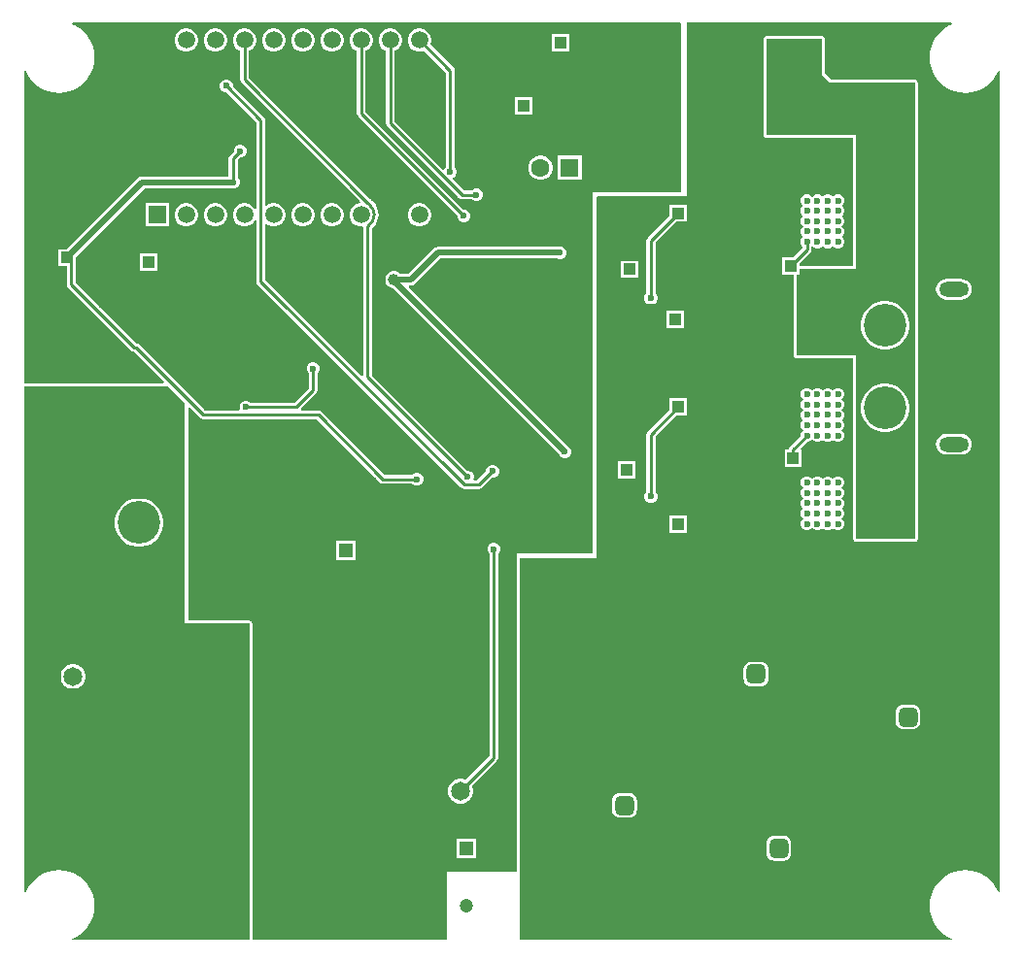
<source format=gbl>
G04*
G04 #@! TF.GenerationSoftware,Altium Limited,Altium Designer,21.6.4 (81)*
G04*
G04 Layer_Physical_Order=4*
G04 Layer_Color=16711680*
%FSLAX44Y44*%
%MOMM*%
G71*
G04*
G04 #@! TF.SameCoordinates,6345E517-F44B-4F0B-96C8-749CB5923BEE*
G04*
G04*
G04 #@! TF.FilePolarity,Positive*
G04*
G01*
G75*
%ADD94C,0.2540*%
%ADD98C,0.5000*%
%ADD100C,1.6500*%
G04:AMPARAMS|DCode=101|XSize=1.65mm|YSize=1.65mm|CornerRadius=0.4125mm|HoleSize=0mm|Usage=FLASHONLY|Rotation=0.000|XOffset=0mm|YOffset=0mm|HoleType=Round|Shape=RoundedRectangle|*
%AMROUNDEDRECTD101*
21,1,1.6500,0.8250,0,0,0.0*
21,1,0.8250,1.6500,0,0,0.0*
1,1,0.8250,0.4125,-0.4125*
1,1,0.8250,-0.4125,-0.4125*
1,1,0.8250,-0.4125,0.4125*
1,1,0.8250,0.4125,0.4125*
%
%ADD101ROUNDEDRECTD101*%
%ADD102C,3.7160*%
%ADD103O,2.6000X1.3000*%
%ADD104R,1.2000X1.2000*%
%ADD105C,1.2000*%
%ADD106C,1.5200*%
%ADD107R,1.5200X1.5200*%
%ADD108C,1.6000*%
%ADD109R,1.6000X1.6000*%
G04:AMPARAMS|DCode=110|XSize=1.65mm|YSize=1.65mm|CornerRadius=0.4125mm|HoleSize=0mm|Usage=FLASHONLY|Rotation=90.000|XOffset=0mm|YOffset=0mm|HoleType=Round|Shape=RoundedRectangle|*
%AMROUNDEDRECTD110*
21,1,1.6500,0.8250,0,0,90.0*
21,1,0.8250,1.6500,0,0,90.0*
1,1,0.8250,0.4125,0.4125*
1,1,0.8250,0.4125,-0.4125*
1,1,0.8250,-0.4125,-0.4125*
1,1,0.8250,-0.4125,0.4125*
%
%ADD110ROUNDEDRECTD110*%
%ADD111R,1.2000X1.2000*%
%ADD112C,0.6000*%
%ADD113C,1.0000*%
%ADD122C,0.2540*%
%ADD123R,1.0000X1.0000*%
%ADD124R,1.0000X1.0000*%
G36*
X572000Y799000D02*
Y652000D01*
X495000D01*
Y337000D01*
X429000D01*
Y60000D01*
X368000D01*
Y0D01*
X198590D01*
Y276000D01*
X198393Y276991D01*
X197831Y277831D01*
X196991Y278393D01*
X196000Y278590D01*
X142590D01*
Y464257D01*
X143763Y464743D01*
X153063Y455443D01*
X154323Y454601D01*
X155810Y454305D01*
X254660D01*
X309712Y399253D01*
X310973Y398411D01*
X312459Y398115D01*
X338050D01*
X338862Y397303D01*
X340898Y396460D01*
X343102D01*
X345138Y397303D01*
X346697Y398862D01*
X347540Y400898D01*
Y403102D01*
X346697Y405138D01*
X345138Y406697D01*
X343102Y407540D01*
X340898D01*
X338862Y406697D01*
X338050Y405885D01*
X314068D01*
X259016Y460937D01*
X257756Y461779D01*
X256269Y462075D01*
X241364D01*
X240838Y463345D01*
X254247Y476753D01*
X255089Y478013D01*
X255385Y479500D01*
Y494550D01*
X256197Y495362D01*
X257040Y497398D01*
Y499602D01*
X256197Y501638D01*
X254638Y503197D01*
X252602Y504040D01*
X250398D01*
X248362Y503197D01*
X246803Y501638D01*
X245960Y499602D01*
Y497398D01*
X246803Y495362D01*
X247615Y494550D01*
Y481109D01*
X235391Y468885D01*
X196950D01*
X196138Y469697D01*
X194102Y470540D01*
X191898D01*
X189862Y469697D01*
X188303Y468138D01*
X187460Y466102D01*
Y463898D01*
X187778Y463131D01*
X187072Y462075D01*
X157419D01*
X99747Y519747D01*
X98487Y520589D01*
X97000Y520885D01*
X96978D01*
X44518Y573344D01*
Y591436D01*
X44444Y591811D01*
Y595438D01*
X104867Y655861D01*
X179929D01*
X180898Y655460D01*
X183102D01*
X185138Y656303D01*
X186697Y657862D01*
X187540Y659898D01*
Y662102D01*
X186697Y664138D01*
X185885Y664950D01*
Y680391D01*
X187954Y682460D01*
X189102D01*
X191138Y683303D01*
X192697Y684862D01*
X193540Y686898D01*
Y689102D01*
X192697Y691138D01*
X191138Y692697D01*
X189102Y693540D01*
X186898D01*
X184862Y692697D01*
X183303Y691138D01*
X182460Y689102D01*
Y687954D01*
X179253Y684747D01*
X178411Y683487D01*
X178115Y682000D01*
Y666139D01*
X102738D01*
X100772Y665748D01*
X99104Y664634D01*
X37176Y602706D01*
X29364D01*
Y587626D01*
X36749D01*
Y571735D01*
X37045Y570249D01*
X37887Y568989D01*
X92622Y514253D01*
X93883Y513411D01*
X95369Y513115D01*
X95391D01*
X121743Y486763D01*
X121257Y485590D01*
X0D01*
Y757996D01*
X1270Y758249D01*
X2258Y755865D01*
X4811Y751699D01*
X7983Y747983D01*
X11699Y744810D01*
X15865Y742258D01*
X20378Y740388D01*
X25129Y739247D01*
X30000Y738864D01*
X34871Y739247D01*
X39622Y740388D01*
X44135Y742258D01*
X48301Y744810D01*
X52017Y747983D01*
X55189Y751699D01*
X57742Y755865D01*
X59612Y760378D01*
X60753Y765129D01*
X61136Y770000D01*
X60753Y774871D01*
X59612Y779622D01*
X57742Y784135D01*
X55189Y788301D01*
X52017Y792017D01*
X48301Y795190D01*
X44135Y797742D01*
X41751Y798730D01*
X42004Y800000D01*
X571000D01*
X572000Y799000D01*
D02*
G37*
G36*
X808249Y798730D02*
X805865Y797742D01*
X801699Y795190D01*
X797983Y792017D01*
X794810Y788301D01*
X792258Y784135D01*
X790388Y779622D01*
X789247Y774871D01*
X788864Y770000D01*
X789247Y765129D01*
X790388Y760378D01*
X792258Y755865D01*
X794810Y751699D01*
X797983Y747983D01*
X801699Y744810D01*
X805865Y742258D01*
X810378Y740388D01*
X815129Y739247D01*
X820000Y738864D01*
X824871Y739247D01*
X829622Y740388D01*
X834135Y742258D01*
X838301Y744810D01*
X842017Y747983D01*
X845190Y751699D01*
X847742Y755865D01*
X848730Y758249D01*
X850000Y757996D01*
Y42004D01*
X848730Y41751D01*
X847742Y44135D01*
X845190Y48301D01*
X842017Y52017D01*
X838301Y55189D01*
X834135Y57742D01*
X829622Y59612D01*
X824871Y60753D01*
X820000Y61136D01*
X815129Y60753D01*
X810378Y59612D01*
X805865Y57742D01*
X801699Y55189D01*
X797983Y52017D01*
X794810Y48301D01*
X792258Y44135D01*
X790388Y39622D01*
X789247Y34871D01*
X788864Y30000D01*
X789247Y25129D01*
X790388Y20378D01*
X792258Y15865D01*
X794810Y11699D01*
X797983Y7983D01*
X801699Y4811D01*
X805865Y2258D01*
X808249Y1270D01*
X807996Y0D01*
X432000D01*
Y333000D01*
X498000D01*
X499000Y334000D01*
Y648000D01*
X500000Y649000D01*
X577000D01*
Y800000D01*
X807996D01*
X808249Y798730D01*
D02*
G37*
G36*
X140000Y468506D02*
Y276000D01*
X196000D01*
Y0D01*
X42004D01*
X41751Y1270D01*
X44135Y2258D01*
X48301Y4811D01*
X52017Y7983D01*
X55189Y11699D01*
X57742Y15865D01*
X59612Y20378D01*
X60753Y25129D01*
X61136Y30000D01*
X60753Y34871D01*
X59612Y39622D01*
X57742Y44135D01*
X55189Y48301D01*
X52017Y52017D01*
X48301Y55189D01*
X44135Y57742D01*
X39622Y59612D01*
X34871Y60753D01*
X30000Y61136D01*
X25129Y60753D01*
X20378Y59612D01*
X15865Y57742D01*
X11699Y55189D01*
X7983Y52017D01*
X4811Y48301D01*
X2258Y44135D01*
X1270Y41751D01*
X0Y42004D01*
Y483000D01*
X125506D01*
X140000Y468506D01*
D02*
G37*
%LPC*%
G36*
X475040Y790040D02*
X459960D01*
Y774960D01*
X475040D01*
Y790040D01*
D02*
G37*
G36*
X269435Y795140D02*
X266765D01*
X264186Y794449D01*
X261874Y793114D01*
X259986Y791226D01*
X258651Y788914D01*
X257960Y786335D01*
Y783665D01*
X258651Y781086D01*
X259986Y778774D01*
X261874Y776886D01*
X264186Y775551D01*
X266765Y774860D01*
X269435D01*
X272014Y775551D01*
X274326Y776886D01*
X276214Y778774D01*
X277549Y781086D01*
X278240Y783665D01*
Y786335D01*
X277549Y788914D01*
X276214Y791226D01*
X274326Y793114D01*
X272014Y794449D01*
X269435Y795140D01*
D02*
G37*
G36*
X244035D02*
X241365D01*
X238786Y794449D01*
X236474Y793114D01*
X234586Y791226D01*
X233251Y788914D01*
X232560Y786335D01*
Y783665D01*
X233251Y781086D01*
X234586Y778774D01*
X236474Y776886D01*
X238786Y775551D01*
X241365Y774860D01*
X244035D01*
X246614Y775551D01*
X248926Y776886D01*
X250814Y778774D01*
X252149Y781086D01*
X252840Y783665D01*
Y786335D01*
X252149Y788914D01*
X250814Y791226D01*
X248926Y793114D01*
X246614Y794449D01*
X244035Y795140D01*
D02*
G37*
G36*
X218635D02*
X215965D01*
X213386Y794449D01*
X211074Y793114D01*
X209186Y791226D01*
X207851Y788914D01*
X207160Y786335D01*
Y783665D01*
X207851Y781086D01*
X209186Y778774D01*
X211074Y776886D01*
X213386Y775551D01*
X215965Y774860D01*
X218635D01*
X221214Y775551D01*
X223526Y776886D01*
X225414Y778774D01*
X226749Y781086D01*
X227440Y783665D01*
Y786335D01*
X226749Y788914D01*
X225414Y791226D01*
X223526Y793114D01*
X221214Y794449D01*
X218635Y795140D01*
D02*
G37*
G36*
X167835D02*
X165165D01*
X162586Y794449D01*
X160274Y793114D01*
X158386Y791226D01*
X157051Y788914D01*
X156360Y786335D01*
Y783665D01*
X157051Y781086D01*
X158386Y778774D01*
X160274Y776886D01*
X162586Y775551D01*
X165165Y774860D01*
X167835D01*
X170414Y775551D01*
X172726Y776886D01*
X174614Y778774D01*
X175949Y781086D01*
X176640Y783665D01*
Y786335D01*
X175949Y788914D01*
X174614Y791226D01*
X172726Y793114D01*
X170414Y794449D01*
X167835Y795140D01*
D02*
G37*
G36*
X142435D02*
X139765D01*
X137186Y794449D01*
X134874Y793114D01*
X132986Y791226D01*
X131651Y788914D01*
X130960Y786335D01*
Y783665D01*
X131651Y781086D01*
X132986Y778774D01*
X134874Y776886D01*
X137186Y775551D01*
X139765Y774860D01*
X142435D01*
X145014Y775551D01*
X147326Y776886D01*
X149214Y778774D01*
X150549Y781086D01*
X151240Y783665D01*
Y786335D01*
X150549Y788914D01*
X149214Y791226D01*
X147326Y793114D01*
X145014Y794449D01*
X142435Y795140D01*
D02*
G37*
G36*
X442540Y735040D02*
X427460D01*
Y719960D01*
X442540D01*
Y735040D01*
D02*
G37*
G36*
X345635Y795140D02*
X342965D01*
X340386Y794449D01*
X338074Y793114D01*
X336186Y791226D01*
X334851Y788914D01*
X334160Y786335D01*
Y783665D01*
X334851Y781086D01*
X336186Y778774D01*
X338074Y776886D01*
X340386Y775551D01*
X342965Y774860D01*
X345635D01*
X348214Y775551D01*
X348240Y775566D01*
X367115Y756691D01*
Y673950D01*
X366303Y673138D01*
X365986Y672371D01*
X364740Y672123D01*
X322785Y714078D01*
Y775543D01*
X322814Y775551D01*
X325126Y776886D01*
X327014Y778774D01*
X328349Y781086D01*
X329040Y783665D01*
Y786335D01*
X328349Y788914D01*
X327014Y791226D01*
X325126Y793114D01*
X322814Y794449D01*
X320235Y795140D01*
X317565D01*
X314986Y794449D01*
X312674Y793114D01*
X310786Y791226D01*
X309451Y788914D01*
X308760Y786335D01*
Y783665D01*
X309451Y781086D01*
X310786Y778774D01*
X312674Y776886D01*
X314986Y775551D01*
X315015Y775543D01*
Y712469D01*
X315311Y710983D01*
X316153Y709722D01*
X378622Y647253D01*
X379883Y646411D01*
X381369Y646115D01*
X390050D01*
X390862Y645303D01*
X392898Y644460D01*
X395102D01*
X397138Y645303D01*
X398697Y646862D01*
X399540Y648898D01*
Y651102D01*
X398697Y653138D01*
X397138Y654697D01*
X395102Y655540D01*
X392898D01*
X390862Y654697D01*
X390050Y653885D01*
X382978D01*
X373123Y663740D01*
X373371Y664986D01*
X374138Y665303D01*
X375697Y666862D01*
X376540Y668898D01*
Y671102D01*
X375697Y673138D01*
X374885Y673950D01*
Y758300D01*
X374589Y759787D01*
X373747Y761047D01*
X353734Y781060D01*
X353749Y781086D01*
X354440Y783665D01*
Y786335D01*
X353749Y788914D01*
X352414Y791226D01*
X350526Y793114D01*
X348214Y794449D01*
X345635Y795140D01*
D02*
G37*
G36*
X485740Y684047D02*
X464660D01*
Y662968D01*
X485740D01*
Y684047D01*
D02*
G37*
G36*
X451188D02*
X448412D01*
X445732Y683329D01*
X443328Y681942D01*
X441366Y679979D01*
X439978Y677576D01*
X439260Y674895D01*
Y672120D01*
X439978Y669439D01*
X441366Y667036D01*
X443328Y665073D01*
X445732Y663686D01*
X448412Y662968D01*
X451188D01*
X453868Y663686D01*
X456272Y665073D01*
X458234Y667036D01*
X459622Y669439D01*
X460340Y672120D01*
Y674895D01*
X459622Y677576D01*
X458234Y679979D01*
X456272Y681942D01*
X453868Y683329D01*
X451188Y684047D01*
D02*
G37*
G36*
X294835Y795140D02*
X292165D01*
X289586Y794449D01*
X287274Y793114D01*
X285386Y791226D01*
X284051Y788914D01*
X283360Y786335D01*
Y783665D01*
X284051Y781086D01*
X285386Y778774D01*
X287274Y776886D01*
X289586Y775551D01*
X289615Y775543D01*
Y721160D01*
X289911Y719673D01*
X290753Y718413D01*
X377460Y631706D01*
Y630558D01*
X378303Y628521D01*
X379862Y626963D01*
X381898Y626120D01*
X384102D01*
X386138Y626963D01*
X387697Y628521D01*
X388540Y630558D01*
Y632762D01*
X387697Y634798D01*
X386138Y636356D01*
X384102Y637200D01*
X382954D01*
X297385Y722769D01*
Y775543D01*
X297414Y775551D01*
X299726Y776886D01*
X301614Y778774D01*
X302949Y781086D01*
X303640Y783665D01*
Y786335D01*
X302949Y788914D01*
X301614Y791226D01*
X299726Y793114D01*
X297414Y794449D01*
X294835Y795140D01*
D02*
G37*
G36*
X345635Y642740D02*
X342965D01*
X340386Y642049D01*
X338074Y640714D01*
X336186Y638826D01*
X334851Y636514D01*
X334160Y633935D01*
Y631265D01*
X334851Y628686D01*
X336186Y626374D01*
X338074Y624486D01*
X340386Y623151D01*
X342965Y622460D01*
X345635D01*
X348214Y623151D01*
X350526Y624486D01*
X352414Y626374D01*
X353749Y628686D01*
X354440Y631265D01*
Y633935D01*
X353749Y636514D01*
X352414Y638826D01*
X350526Y640714D01*
X348214Y642049D01*
X345635Y642740D01*
D02*
G37*
G36*
X269435D02*
X266765D01*
X264186Y642049D01*
X261874Y640714D01*
X259986Y638826D01*
X258651Y636514D01*
X257960Y633935D01*
Y631265D01*
X258651Y628686D01*
X259986Y626374D01*
X261874Y624486D01*
X264186Y623151D01*
X266765Y622460D01*
X269435D01*
X272014Y623151D01*
X274326Y624486D01*
X276214Y626374D01*
X277549Y628686D01*
X278240Y631265D01*
Y633935D01*
X277549Y636514D01*
X276214Y638826D01*
X274326Y640714D01*
X272014Y642049D01*
X269435Y642740D01*
D02*
G37*
G36*
X244035D02*
X241365D01*
X238786Y642049D01*
X236474Y640714D01*
X234586Y638826D01*
X233251Y636514D01*
X232560Y633935D01*
Y631265D01*
X233251Y628686D01*
X234586Y626374D01*
X236474Y624486D01*
X238786Y623151D01*
X241365Y622460D01*
X244035D01*
X246614Y623151D01*
X248926Y624486D01*
X250814Y626374D01*
X252149Y628686D01*
X252840Y631265D01*
Y633935D01*
X252149Y636514D01*
X250814Y638826D01*
X248926Y640714D01*
X246614Y642049D01*
X244035Y642740D01*
D02*
G37*
G36*
X193235Y795140D02*
X190565D01*
X187986Y794449D01*
X185674Y793114D01*
X183786Y791226D01*
X182451Y788914D01*
X181760Y786335D01*
Y783665D01*
X182451Y781086D01*
X183786Y778774D01*
X185674Y776886D01*
X187986Y775551D01*
X188015Y775543D01*
Y750336D01*
X188311Y748850D01*
X189153Y747589D01*
X292829Y643913D01*
X292343Y642740D01*
X292165D01*
X289586Y642049D01*
X287274Y640714D01*
X285386Y638826D01*
X284051Y636514D01*
X283360Y633935D01*
Y631265D01*
X284051Y628686D01*
X285386Y626374D01*
X287274Y624486D01*
X289586Y623151D01*
X292165Y622460D01*
X293878D01*
X294873Y622293D01*
X295115Y621240D01*
Y492544D01*
X293845Y492018D01*
X209775Y576088D01*
Y624126D01*
X210948Y624612D01*
X211074Y624486D01*
X213386Y623151D01*
X215965Y622460D01*
X218635D01*
X221214Y623151D01*
X223526Y624486D01*
X225414Y626374D01*
X226749Y628686D01*
X227440Y631265D01*
Y633935D01*
X226749Y636514D01*
X225414Y638826D01*
X223526Y640714D01*
X221214Y642049D01*
X218635Y642740D01*
X215965D01*
X213386Y642049D01*
X211074Y640714D01*
X210948Y640588D01*
X209775Y641074D01*
Y715110D01*
X209479Y716597D01*
X208637Y717857D01*
X181540Y744954D01*
Y746102D01*
X180697Y748138D01*
X179138Y749697D01*
X177102Y750540D01*
X174898D01*
X172862Y749697D01*
X171303Y748138D01*
X170460Y746102D01*
Y743898D01*
X171303Y741862D01*
X172862Y740303D01*
X174898Y739460D01*
X176046D01*
X202005Y713501D01*
Y637917D01*
X200735Y637577D01*
X200014Y638826D01*
X198126Y640714D01*
X195814Y642049D01*
X193235Y642740D01*
X190565D01*
X187986Y642049D01*
X185674Y640714D01*
X183786Y638826D01*
X182451Y636514D01*
X181760Y633935D01*
Y631265D01*
X182451Y628686D01*
X183786Y626374D01*
X185674Y624486D01*
X187986Y623151D01*
X190565Y622460D01*
X193235D01*
X195814Y623151D01*
X198126Y624486D01*
X200014Y626374D01*
X200735Y627623D01*
X202005Y627283D01*
Y574479D01*
X202301Y572993D01*
X203143Y571732D01*
X380432Y394443D01*
X381693Y393601D01*
X383179Y393305D01*
X396190D01*
X397677Y393601D01*
X398937Y394443D01*
X407954Y403460D01*
X409102D01*
X411138Y404303D01*
X412697Y405862D01*
X413540Y407898D01*
Y410102D01*
X412697Y412138D01*
X411138Y413697D01*
X409102Y414540D01*
X406898D01*
X404862Y413697D01*
X403303Y412138D01*
X402460Y410102D01*
Y408954D01*
X394581Y401075D01*
X391928D01*
X391222Y402131D01*
X391540Y402898D01*
Y405102D01*
X390697Y407138D01*
X389138Y408697D01*
X387102Y409540D01*
X385954D01*
X302885Y492609D01*
Y620613D01*
X304314Y621786D01*
X306216Y624103D01*
X307630Y626747D01*
X308500Y629616D01*
X308794Y632600D01*
X308500Y635584D01*
X307630Y638453D01*
X306216Y641097D01*
X304314Y643414D01*
X303125Y644390D01*
X302547Y644955D01*
X302455Y645176D01*
X302221Y645273D01*
X301747Y645983D01*
X301469Y646260D01*
X301044Y646686D01*
X301044Y646686D01*
X301044Y646686D01*
X195785Y751945D01*
Y775543D01*
X195814Y775551D01*
X198126Y776886D01*
X200014Y778774D01*
X201349Y781086D01*
X202040Y783665D01*
Y786335D01*
X201349Y788914D01*
X200014Y791226D01*
X198126Y793114D01*
X195814Y794449D01*
X193235Y795140D01*
D02*
G37*
G36*
X167835Y642740D02*
X165165D01*
X162586Y642049D01*
X160274Y640714D01*
X158386Y638826D01*
X157051Y636514D01*
X156360Y633935D01*
Y631265D01*
X157051Y628686D01*
X158386Y626374D01*
X160274Y624486D01*
X162586Y623151D01*
X165165Y622460D01*
X167835D01*
X170414Y623151D01*
X172726Y624486D01*
X174614Y626374D01*
X175949Y628686D01*
X176640Y631265D01*
Y633935D01*
X175949Y636514D01*
X174614Y638826D01*
X172726Y640714D01*
X170414Y642049D01*
X167835Y642740D01*
D02*
G37*
G36*
X142435D02*
X139765D01*
X137186Y642049D01*
X134874Y640714D01*
X132986Y638826D01*
X131651Y636514D01*
X130960Y633935D01*
Y631265D01*
X131651Y628686D01*
X132986Y626374D01*
X134874Y624486D01*
X137186Y623151D01*
X139765Y622460D01*
X142435D01*
X145014Y623151D01*
X147326Y624486D01*
X149214Y626374D01*
X150549Y628686D01*
X151240Y631265D01*
Y633935D01*
X150549Y636514D01*
X149214Y638826D01*
X147326Y640714D01*
X145014Y642049D01*
X142435Y642740D01*
D02*
G37*
G36*
X125840D02*
X105560D01*
Y622460D01*
X125840D01*
Y642740D01*
D02*
G37*
G36*
X467702Y604940D02*
X465498D01*
X464529Y604539D01*
X360400D01*
X358433Y604148D01*
X356766Y603034D01*
X334871Y581139D01*
X327524D01*
X326630Y582034D01*
X324910Y583026D01*
X322993Y583540D01*
X321007D01*
X319090Y583026D01*
X317370Y582034D01*
X315966Y580630D01*
X314974Y578910D01*
X314460Y576993D01*
Y575007D01*
X314974Y573090D01*
X315966Y571370D01*
X317370Y569967D01*
X319090Y568974D01*
X321007Y568460D01*
X321773D01*
X465549Y424684D01*
X466303Y422862D01*
X467862Y421303D01*
X469898Y420460D01*
X472102D01*
X474138Y421303D01*
X475697Y422862D01*
X476540Y424898D01*
Y427102D01*
X475697Y429138D01*
X474138Y430697D01*
X474023Y430744D01*
X335079Y569688D01*
X335565Y570861D01*
X337000D01*
X338966Y571252D01*
X340634Y572366D01*
X362528Y594261D01*
X464529D01*
X465498Y593860D01*
X467702D01*
X469738Y594703D01*
X471297Y596262D01*
X472140Y598298D01*
Y600502D01*
X471297Y602538D01*
X469738Y604097D01*
X467702Y604940D01*
D02*
G37*
G36*
X115540Y598540D02*
X100460D01*
Y583460D01*
X115540D01*
Y598540D01*
D02*
G37*
G36*
X288540Y348540D02*
X271460D01*
Y331460D01*
X288540D01*
Y348540D01*
D02*
G37*
G36*
X410102Y346540D02*
X407898D01*
X405862Y345697D01*
X404303Y344138D01*
X403460Y342102D01*
Y339898D01*
X404303Y337862D01*
X405115Y337050D01*
Y160609D01*
X384416Y139910D01*
X384165Y140055D01*
X381421Y140790D01*
X378579D01*
X375835Y140055D01*
X373375Y138634D01*
X371366Y136625D01*
X369945Y134165D01*
X369210Y131420D01*
Y128580D01*
X369945Y125835D01*
X371366Y123375D01*
X373375Y121366D01*
X375835Y119945D01*
X378579Y119210D01*
X381421D01*
X384165Y119945D01*
X386625Y121366D01*
X388634Y123375D01*
X390055Y125835D01*
X390790Y128580D01*
Y131420D01*
X390055Y134165D01*
X389910Y134416D01*
X411747Y156253D01*
X412589Y157513D01*
X412885Y159000D01*
Y337050D01*
X413697Y337862D01*
X414540Y339898D01*
Y342102D01*
X413697Y344138D01*
X412138Y345697D01*
X410102Y346540D01*
D02*
G37*
G36*
X393540Y88540D02*
X376460D01*
Y71460D01*
X393540D01*
Y88540D01*
D02*
G37*
G36*
X695000Y788590D02*
X647000D01*
X646009Y788393D01*
X645169Y787831D01*
X644607Y786991D01*
X644410Y786000D01*
Y702000D01*
X644607Y701009D01*
X645169Y700169D01*
X646009Y699607D01*
X647000Y699410D01*
X722410D01*
Y587590D01*
X675540D01*
Y590046D01*
X684747Y599253D01*
X685589Y600513D01*
X685885Y602000D01*
Y604485D01*
X687155Y605011D01*
X687862Y604303D01*
X689898Y603460D01*
X692102D01*
X694138Y604303D01*
X695500Y605665D01*
X696862Y604303D01*
X698898Y603460D01*
X701102D01*
X703138Y604303D01*
X704500Y605665D01*
X705862Y604303D01*
X707898Y603460D01*
X710102D01*
X712138Y604303D01*
X713697Y605862D01*
X714540Y607898D01*
Y610102D01*
X713697Y612138D01*
X712335Y613500D01*
X713697Y614862D01*
X714540Y616898D01*
Y619102D01*
X713697Y621138D01*
X712335Y622500D01*
X713697Y623862D01*
X714540Y625898D01*
Y628102D01*
X713697Y630138D01*
X712335Y631500D01*
X713697Y632862D01*
X714540Y634898D01*
Y637102D01*
X713697Y639138D01*
X712335Y640500D01*
X713697Y641862D01*
X714540Y643898D01*
Y646102D01*
X713697Y648138D01*
X712138Y649697D01*
X710102Y650540D01*
X707898D01*
X705862Y649697D01*
X704500Y648335D01*
X703138Y649697D01*
X701102Y650540D01*
X698898D01*
X696862Y649697D01*
X695500Y648335D01*
X694138Y649697D01*
X692102Y650540D01*
X689898D01*
X687862Y649697D01*
X686500Y648335D01*
X685138Y649697D01*
X683102Y650540D01*
X680898D01*
X678862Y649697D01*
X677303Y648138D01*
X676460Y646102D01*
Y643898D01*
X677303Y641862D01*
X678665Y640500D01*
X677303Y639138D01*
X676460Y637102D01*
Y634898D01*
X677303Y632862D01*
X678665Y631500D01*
X677303Y630138D01*
X676460Y628102D01*
Y625898D01*
X677303Y623862D01*
X678665Y622500D01*
X677303Y621138D01*
X676460Y619102D01*
Y616898D01*
X677303Y614862D01*
X678665Y613500D01*
X677303Y612138D01*
X676460Y610102D01*
Y607898D01*
X677303Y605862D01*
X678115Y605050D01*
Y603609D01*
X670046Y595540D01*
X660460D01*
Y580460D01*
X670410D01*
Y510000D01*
X670607Y509009D01*
X671169Y508169D01*
X672009Y507607D01*
X673000Y507410D01*
X722410D01*
Y350000D01*
X722607Y349009D01*
X723169Y348169D01*
X724009Y347607D01*
X725000Y347410D01*
X776000D01*
X776991Y347607D01*
X777831Y348169D01*
X778393Y349009D01*
X778590Y350000D01*
Y566000D01*
Y748000D01*
X778393Y748991D01*
X777831Y749831D01*
X776991Y750393D01*
X776000Y750590D01*
X703073D01*
X697590Y756073D01*
Y786000D01*
X697393Y786991D01*
X696831Y787831D01*
X695991Y788393D01*
X695000Y788590D01*
D02*
G37*
G36*
X535040Y592540D02*
X519960D01*
Y577460D01*
X535040D01*
Y592540D01*
D02*
G37*
G36*
X816500Y576618D02*
X803500D01*
X801140Y576307D01*
X798941Y575396D01*
X797053Y573947D01*
X795604Y572059D01*
X794693Y569860D01*
X794382Y567500D01*
X794693Y565140D01*
X795604Y562941D01*
X797053Y561053D01*
X798941Y559604D01*
X801140Y558693D01*
X803500Y558382D01*
X816500D01*
X818860Y558693D01*
X821059Y559604D01*
X822947Y561053D01*
X824396Y562941D01*
X825307Y565140D01*
X825618Y567500D01*
X825307Y569860D01*
X824396Y572059D01*
X822947Y573947D01*
X821059Y575396D01*
X818860Y576307D01*
X816500Y576618D01*
D02*
G37*
G36*
X577540Y641540D02*
X562460D01*
Y631954D01*
X543253Y612747D01*
X542411Y611487D01*
X542115Y610000D01*
Y563950D01*
X541303Y563138D01*
X540460Y561102D01*
Y558898D01*
X541303Y556862D01*
X542862Y555303D01*
X544898Y554460D01*
X547102D01*
X549138Y555303D01*
X550697Y556862D01*
X551540Y558898D01*
Y561102D01*
X550697Y563138D01*
X549885Y563950D01*
Y608391D01*
X567954Y626460D01*
X577540D01*
Y641540D01*
D02*
G37*
G36*
X574540Y548540D02*
X559460D01*
Y533460D01*
X574540D01*
Y548540D01*
D02*
G37*
G36*
X710102Y481540D02*
X707898D01*
X705862Y480697D01*
X704500Y479335D01*
X703138Y480697D01*
X701102Y481540D01*
X698898D01*
X696862Y480697D01*
X695500Y479335D01*
X694138Y480697D01*
X692102Y481540D01*
X689898D01*
X687862Y480697D01*
X686500Y479335D01*
X685138Y480697D01*
X683102Y481540D01*
X680898D01*
X678862Y480697D01*
X677303Y479138D01*
X676460Y477102D01*
Y474898D01*
X677303Y472862D01*
X678665Y471500D01*
X677303Y470138D01*
X676460Y468102D01*
Y465898D01*
X677303Y463862D01*
X678665Y462500D01*
X677303Y461138D01*
X676460Y459102D01*
Y456898D01*
X677303Y454862D01*
X678665Y453500D01*
X677303Y452138D01*
X676460Y450102D01*
Y447898D01*
X677303Y445862D01*
X678665Y444500D01*
X677303Y443138D01*
X676460Y441102D01*
Y439954D01*
X667253Y430747D01*
X666411Y429487D01*
X666115Y428000D01*
Y427540D01*
X662460D01*
Y412460D01*
X677540D01*
Y427540D01*
X676693D01*
X676207Y428713D01*
X681954Y434460D01*
X683102D01*
X685138Y435303D01*
X686500Y436665D01*
X687862Y435303D01*
X689898Y434460D01*
X692102D01*
X694138Y435303D01*
X695500Y436665D01*
X696862Y435303D01*
X698898Y434460D01*
X701102D01*
X703138Y435303D01*
X704500Y436665D01*
X705862Y435303D01*
X707898Y434460D01*
X710102D01*
X712138Y435303D01*
X713697Y436862D01*
X714540Y438898D01*
Y441102D01*
X713697Y443138D01*
X712335Y444500D01*
X713697Y445862D01*
X714540Y447898D01*
Y450102D01*
X713697Y452138D01*
X712335Y453500D01*
X713697Y454862D01*
X714540Y456898D01*
Y459102D01*
X713697Y461138D01*
X712335Y462500D01*
X713697Y463862D01*
X714540Y465898D01*
Y468102D01*
X713697Y470138D01*
X712335Y471500D01*
X713697Y472862D01*
X714540Y474898D01*
Y477102D01*
X713697Y479138D01*
X712138Y480697D01*
X710102Y481540D01*
D02*
G37*
G36*
X816500Y441618D02*
X803500D01*
X801140Y441307D01*
X798941Y440396D01*
X797053Y438947D01*
X795604Y437059D01*
X794693Y434860D01*
X794382Y432500D01*
X794693Y430140D01*
X795604Y427941D01*
X797053Y426053D01*
X798941Y424604D01*
X801140Y423693D01*
X803500Y423382D01*
X816500D01*
X818860Y423693D01*
X821059Y424604D01*
X822947Y426053D01*
X824396Y427941D01*
X825307Y430140D01*
X825618Y432500D01*
X825307Y434860D01*
X824396Y437059D01*
X822947Y438947D01*
X821059Y440396D01*
X818860Y441307D01*
X816500Y441618D01*
D02*
G37*
G36*
X532540Y417540D02*
X517460D01*
Y402460D01*
X532540D01*
Y417540D01*
D02*
G37*
G36*
X710102Y404540D02*
X707898D01*
X705862Y403697D01*
X704500Y402335D01*
X703138Y403697D01*
X701102Y404540D01*
X698898D01*
X696862Y403697D01*
X695500Y402335D01*
X694138Y403697D01*
X692102Y404540D01*
X689898D01*
X687862Y403697D01*
X686500Y402335D01*
X685138Y403697D01*
X683102Y404540D01*
X680898D01*
X678862Y403697D01*
X677303Y402138D01*
X676460Y400102D01*
Y397898D01*
X677303Y395862D01*
X678665Y394500D01*
X677303Y393138D01*
X676460Y391102D01*
Y388898D01*
X677303Y386862D01*
X678665Y385500D01*
X677303Y384138D01*
X676460Y382102D01*
Y379898D01*
X677303Y377862D01*
X678665Y376500D01*
X677303Y375138D01*
X676460Y373102D01*
Y370898D01*
X677303Y368862D01*
X678665Y367500D01*
X677303Y366138D01*
X676460Y364102D01*
Y361898D01*
X677303Y359862D01*
X678862Y358303D01*
X680898Y357460D01*
X683102D01*
X685138Y358303D01*
X686500Y359665D01*
X687862Y358303D01*
X689898Y357460D01*
X692102D01*
X694138Y358303D01*
X695500Y359665D01*
X696862Y358303D01*
X698898Y357460D01*
X701102D01*
X703138Y358303D01*
X704500Y359665D01*
X705862Y358303D01*
X707898Y357460D01*
X710102D01*
X712138Y358303D01*
X713697Y359862D01*
X714540Y361898D01*
Y364102D01*
X713697Y366138D01*
X712335Y367500D01*
X713697Y368862D01*
X714540Y370898D01*
Y373102D01*
X713697Y375138D01*
X712335Y376500D01*
X713697Y377862D01*
X714540Y379898D01*
Y382102D01*
X713697Y384138D01*
X712335Y385500D01*
X713697Y386862D01*
X714540Y388898D01*
Y391102D01*
X713697Y393138D01*
X712335Y394500D01*
X713697Y395862D01*
X714540Y397898D01*
Y400102D01*
X713697Y402138D01*
X712138Y403697D01*
X710102Y404540D01*
D02*
G37*
G36*
X577540Y472540D02*
X562460D01*
Y462954D01*
X543253Y443747D01*
X542411Y442487D01*
X542115Y441000D01*
Y390950D01*
X541303Y390138D01*
X540460Y388102D01*
Y385898D01*
X541303Y383862D01*
X542862Y382303D01*
X544898Y381460D01*
X547102D01*
X549138Y382303D01*
X550697Y383862D01*
X551540Y385898D01*
Y388102D01*
X550697Y390138D01*
X549885Y390950D01*
Y439391D01*
X567954Y457460D01*
X577540D01*
Y472540D01*
D02*
G37*
G36*
Y370040D02*
X562460D01*
Y354960D01*
X577540D01*
Y370040D01*
D02*
G37*
G36*
X641625Y242847D02*
X633375D01*
X631635Y242618D01*
X630014Y241947D01*
X628621Y240879D01*
X627553Y239486D01*
X626882Y237865D01*
X626652Y236125D01*
Y227875D01*
X626882Y226135D01*
X627553Y224514D01*
X628621Y223121D01*
X630014Y222053D01*
X631635Y221381D01*
X633375Y221152D01*
X641625D01*
X643365Y221381D01*
X644986Y222053D01*
X646378Y223121D01*
X647447Y224514D01*
X648118Y226135D01*
X648347Y227875D01*
Y236125D01*
X648118Y237865D01*
X647447Y239486D01*
X646378Y240879D01*
X644986Y241947D01*
X643365Y242618D01*
X641625Y242847D01*
D02*
G37*
G36*
X774125Y205347D02*
X765875D01*
X764135Y205118D01*
X762514Y204447D01*
X761122Y203379D01*
X760053Y201986D01*
X759382Y200365D01*
X759153Y198625D01*
Y190375D01*
X759382Y188635D01*
X760053Y187014D01*
X761122Y185621D01*
X762514Y184553D01*
X764135Y183881D01*
X765875Y183652D01*
X774125D01*
X775865Y183881D01*
X777486Y184553D01*
X778878Y185621D01*
X779947Y187014D01*
X780619Y188635D01*
X780847Y190375D01*
Y198625D01*
X780619Y200365D01*
X779947Y201986D01*
X778878Y203379D01*
X777486Y204447D01*
X775865Y205118D01*
X774125Y205347D01*
D02*
G37*
G36*
X527125Y128348D02*
X518875D01*
X517135Y128118D01*
X515514Y127447D01*
X514122Y126378D01*
X513053Y124986D01*
X512382Y123365D01*
X512152Y121625D01*
Y113375D01*
X512382Y111635D01*
X513053Y110014D01*
X514122Y108622D01*
X515514Y107553D01*
X517135Y106882D01*
X518875Y106652D01*
X527125D01*
X528865Y106882D01*
X530486Y107553D01*
X531879Y108622D01*
X532947Y110014D01*
X533618Y111635D01*
X533848Y113375D01*
Y121625D01*
X533618Y123365D01*
X532947Y124986D01*
X531879Y126378D01*
X530486Y127447D01*
X528865Y128118D01*
X527125Y128348D01*
D02*
G37*
G36*
X661625Y90848D02*
X653375D01*
X651635Y90618D01*
X650014Y89947D01*
X648622Y88878D01*
X647553Y87486D01*
X646882Y85865D01*
X646653Y84125D01*
Y75875D01*
X646882Y74135D01*
X647553Y72514D01*
X648622Y71122D01*
X650014Y70053D01*
X651635Y69381D01*
X653375Y69152D01*
X661625D01*
X663365Y69381D01*
X664986Y70053D01*
X666378Y71122D01*
X667447Y72514D01*
X668119Y74135D01*
X668347Y75875D01*
Y84125D01*
X668119Y85865D01*
X667447Y87486D01*
X666378Y88878D01*
X664986Y89947D01*
X663365Y90618D01*
X661625Y90848D01*
D02*
G37*
%LPD*%
G36*
X695000Y755000D02*
X702000Y748000D01*
X776000D01*
Y566000D01*
Y350000D01*
X725000D01*
Y510000D01*
X673000D01*
Y580460D01*
X675540D01*
Y585000D01*
X725000D01*
Y702000D01*
X647000D01*
Y786000D01*
X695000D01*
Y755000D01*
D02*
G37*
%LPC*%
G36*
X752080Y557120D02*
X747920D01*
X743839Y556308D01*
X739996Y554716D01*
X736537Y552405D01*
X733595Y549463D01*
X731284Y546004D01*
X729692Y542160D01*
X728880Y538080D01*
Y533920D01*
X729692Y529840D01*
X731284Y525996D01*
X733595Y522537D01*
X736537Y519595D01*
X739996Y517284D01*
X743839Y515692D01*
X747920Y514880D01*
X752080D01*
X756161Y515692D01*
X760004Y517284D01*
X763463Y519595D01*
X766405Y522537D01*
X768716Y525996D01*
X770308Y529840D01*
X771120Y533920D01*
Y538080D01*
X770308Y542160D01*
X768716Y546004D01*
X766405Y549463D01*
X763463Y552405D01*
X760004Y554716D01*
X756161Y556308D01*
X752080Y557120D01*
D02*
G37*
G36*
Y485120D02*
X747920D01*
X743839Y484308D01*
X739996Y482716D01*
X736537Y480405D01*
X733595Y477463D01*
X731284Y474004D01*
X729692Y470160D01*
X728880Y466080D01*
Y461920D01*
X729692Y457840D01*
X731284Y453996D01*
X733595Y450537D01*
X736537Y447595D01*
X739996Y445284D01*
X743839Y443692D01*
X747920Y442880D01*
X752080D01*
X756161Y443692D01*
X760004Y445284D01*
X763463Y447595D01*
X766405Y450537D01*
X768716Y453996D01*
X770308Y457840D01*
X771120Y461920D01*
Y466080D01*
X770308Y470160D01*
X768716Y474004D01*
X766405Y477463D01*
X763463Y480405D01*
X760004Y482716D01*
X756161Y484308D01*
X752080Y485120D01*
D02*
G37*
G36*
X102080Y385120D02*
X97920D01*
X93840Y384308D01*
X89996Y382716D01*
X86537Y380405D01*
X83595Y377463D01*
X81284Y374004D01*
X79692Y370160D01*
X78880Y366080D01*
Y361920D01*
X79692Y357840D01*
X81284Y353996D01*
X83595Y350537D01*
X86537Y347595D01*
X89996Y345284D01*
X93840Y343692D01*
X97920Y342880D01*
X102080D01*
X106160Y343692D01*
X110004Y345284D01*
X113463Y347595D01*
X116405Y350537D01*
X118716Y353996D01*
X120308Y357840D01*
X121120Y361920D01*
Y366080D01*
X120308Y370160D01*
X118716Y374004D01*
X116405Y377463D01*
X113463Y380405D01*
X110004Y382716D01*
X106160Y384308D01*
X102080Y385120D01*
D02*
G37*
G36*
X43920Y240790D02*
X41080D01*
X38335Y240055D01*
X35875Y238634D01*
X33866Y236625D01*
X32445Y234165D01*
X31710Y231420D01*
Y228580D01*
X32445Y225835D01*
X33866Y223375D01*
X35875Y221366D01*
X38335Y219945D01*
X41080Y219210D01*
X43920D01*
X46665Y219945D01*
X49125Y221366D01*
X51134Y223375D01*
X52555Y225835D01*
X53290Y228580D01*
Y231420D01*
X52555Y234165D01*
X51134Y236625D01*
X49125Y238634D01*
X46665Y240055D01*
X43920Y240790D01*
D02*
G37*
%LPD*%
D94*
X299906Y623158D02*
G03*
X299939Y642019I-6406J9442D01*
G01*
X299000Y643236D02*
G03*
X299939Y642019I2386J871D01*
G01*
X193000Y465000D02*
X237000D01*
X251500Y479500D01*
X256269Y458190D02*
X312459Y402000D01*
X97000Y517000D02*
X155810Y458190D01*
X256269D01*
X176000Y745000D02*
X205890Y715110D01*
Y574479D02*
Y715110D01*
X670000Y428000D02*
X682000Y440000D01*
X670000Y420000D02*
Y428000D01*
X682000Y602000D02*
Y609000D01*
X668000Y588000D02*
X682000Y602000D01*
X409000Y159000D02*
Y341000D01*
X380000Y130000D02*
X409000Y159000D01*
X40634Y571735D02*
Y591436D01*
X36904Y595166D02*
X40634Y591436D01*
Y571735D02*
X95369Y517000D01*
X97000D01*
X312459Y402000D02*
X342000D01*
X191900Y750336D02*
X298297Y643939D01*
X299000Y643236D01*
X299000Y491000D02*
X299744Y490256D01*
X299000Y622252D02*
X299744Y622996D01*
X299744Y490256D02*
X386000Y404000D01*
X299000Y491000D02*
Y622252D01*
X299744Y622996D02*
X299906Y623158D01*
X182000Y682000D02*
X188000Y688000D01*
X182000Y661000D02*
Y682000D01*
X251500Y479500D02*
Y498500D01*
X205890Y574479D02*
X383179Y397190D01*
X396190D01*
X408000Y409000D01*
X293500Y721160D02*
Y785000D01*
Y721160D02*
X383000Y631660D01*
X381369Y650000D02*
X394000D01*
X318900Y712469D02*
X381369Y650000D01*
X318900Y712469D02*
Y785000D01*
X344300D02*
X371000Y758300D01*
Y670000D02*
Y758300D01*
X191900Y750336D02*
Y785000D01*
X546000Y560000D02*
Y610000D01*
X570000Y634000D01*
X546000Y441000D02*
X570000Y465000D01*
X546000Y387000D02*
Y441000D01*
D98*
X322000Y575500D02*
X471000Y426500D01*
Y426000D02*
Y426500D01*
X322000Y575500D02*
Y576000D01*
X337000D01*
X360400Y599400D01*
X466600D01*
X36904Y595166D02*
X102738Y661000D01*
X182000D01*
D100*
X42500Y230000D02*
D03*
Y80000D02*
D03*
X562500Y232000D02*
D03*
X523000Y42500D02*
D03*
X732500Y80000D02*
D03*
X770000Y269500D02*
D03*
X380000Y280000D02*
D03*
Y130000D02*
D03*
D101*
X637500Y232000D02*
D03*
X657500Y80000D02*
D03*
D102*
X100000Y436000D02*
D03*
Y364000D02*
D03*
X750000Y464000D02*
D03*
Y536000D02*
D03*
D103*
X40000Y467500D02*
D03*
Y332500D02*
D03*
X810000Y432500D02*
D03*
Y567500D02*
D03*
D104*
X280000Y340000D02*
D03*
X665707Y745000D02*
D03*
D105*
X330000Y340000D02*
D03*
X615708Y745000D02*
D03*
X385000Y30000D02*
D03*
D106*
X268100Y632600D02*
D03*
X166500D02*
D03*
X141100D02*
D03*
X191900D02*
D03*
X217300D02*
D03*
X242700D02*
D03*
X293500D02*
D03*
X318900D02*
D03*
X344300D02*
D03*
X268100Y785000D02*
D03*
X166500D02*
D03*
X141100D02*
D03*
X191900D02*
D03*
X217300D02*
D03*
X242700D02*
D03*
X293500D02*
D03*
X318900D02*
D03*
X344300D02*
D03*
D107*
X115700Y632600D02*
D03*
Y785000D02*
D03*
D108*
X449800Y673508D02*
D03*
D109*
X475200D02*
D03*
D110*
X523000Y117500D02*
D03*
X770000Y194500D02*
D03*
D111*
X385000Y80000D02*
D03*
D112*
X639000Y321000D02*
D03*
X566000Y320000D02*
D03*
X614000Y497000D02*
D03*
X534000Y495000D02*
D03*
X746000Y774000D02*
D03*
X833000Y354000D02*
D03*
X227000Y84000D02*
D03*
Y209000D02*
D03*
X182000Y538000D02*
D03*
X423000Y528000D02*
D03*
X547000Y721000D02*
D03*
X269000Y714000D02*
D03*
X72000Y719000D02*
D03*
X370000Y456000D02*
D03*
X680000Y679000D02*
D03*
X193000Y465000D02*
D03*
X176000Y745000D02*
D03*
X815000Y382000D02*
D03*
X254000Y551000D02*
D03*
X667000Y673000D02*
D03*
X649000D02*
D03*
X669000Y504000D02*
D03*
X653000D02*
D03*
X768000Y370000D02*
D03*
X750000D02*
D03*
X730000D02*
D03*
X768000Y388000D02*
D03*
X750000D02*
D03*
X730000D02*
D03*
X768000Y403000D02*
D03*
X750000D02*
D03*
X730000D02*
D03*
X294000Y13000D02*
D03*
X272000D02*
D03*
X294000Y29000D02*
D03*
X272000D02*
D03*
X294000Y45000D02*
D03*
X272000D02*
D03*
X294000Y61000D02*
D03*
X272000D02*
D03*
X294000Y75000D02*
D03*
X272000D02*
D03*
X409000Y341000D02*
D03*
X145000Y14000D02*
D03*
X127000D02*
D03*
X145000Y29000D02*
D03*
X127000D02*
D03*
X145000Y44000D02*
D03*
X127000D02*
D03*
X145000Y58000D02*
D03*
X127000Y59000D02*
D03*
X145000Y74000D02*
D03*
X127000D02*
D03*
X342000Y402000D02*
D03*
X280000Y477000D02*
D03*
X707000Y771000D02*
D03*
X514000Y546000D02*
D03*
Y373000D02*
D03*
X471000Y426000D02*
D03*
X466600Y599400D02*
D03*
X488000Y746000D02*
D03*
X391750Y769500D02*
D03*
X188000Y688000D02*
D03*
X182000Y661000D02*
D03*
X390250Y445000D02*
D03*
X450000Y365000D02*
D03*
X60000Y504000D02*
D03*
X39000D02*
D03*
X18000D02*
D03*
X69000Y519000D02*
D03*
X48000D02*
D03*
X27000D02*
D03*
X9000Y520000D02*
D03*
X59000Y538000D02*
D03*
X38000D02*
D03*
X18000Y539000D02*
D03*
X68000Y554000D02*
D03*
X48000D02*
D03*
X27000D02*
D03*
X10000D02*
D03*
X108000Y591000D02*
D03*
X251500Y498500D02*
D03*
X163000Y325000D02*
D03*
X171000Y306000D02*
D03*
X155000D02*
D03*
Y342000D02*
D03*
X147000Y360000D02*
D03*
Y325000D02*
D03*
Y288000D02*
D03*
X234000D02*
D03*
X219000D02*
D03*
X205000D02*
D03*
X191000D02*
D03*
X177000D02*
D03*
X164000D02*
D03*
X228000Y306000D02*
D03*
X213000D02*
D03*
X199000D02*
D03*
X185000D02*
D03*
X234000Y325000D02*
D03*
X219000D02*
D03*
X205000D02*
D03*
X191000D02*
D03*
X177000D02*
D03*
X227000Y342000D02*
D03*
X212565D02*
D03*
X198000D02*
D03*
X184000D02*
D03*
X170000D02*
D03*
X234000Y360000D02*
D03*
X219000D02*
D03*
X205000D02*
D03*
X191000D02*
D03*
X177000D02*
D03*
X163000D02*
D03*
X408000Y409000D02*
D03*
X471000Y440000D02*
D03*
X455000Y397000D02*
D03*
X470000Y614000D02*
D03*
X454000Y572000D02*
D03*
X383000Y631660D02*
D03*
X394000Y650000D02*
D03*
X371000Y670000D02*
D03*
X386000Y404000D02*
D03*
X36904Y595166D02*
D03*
X467500Y782500D02*
D03*
X435000Y727500D02*
D03*
X567000Y541000D02*
D03*
X546000Y560000D02*
D03*
X527500Y585000D02*
D03*
X570000Y634000D02*
D03*
X525000Y410000D02*
D03*
X570000Y362500D02*
D03*
Y465000D02*
D03*
X546000Y387000D02*
D03*
X682000Y645000D02*
D03*
Y627000D02*
D03*
Y609000D02*
D03*
X691000D02*
D03*
X700000D02*
D03*
X709000D02*
D03*
Y618000D02*
D03*
X700000D02*
D03*
X691000D02*
D03*
Y627000D02*
D03*
X700000D02*
D03*
X709000D02*
D03*
Y636000D02*
D03*
X700000D02*
D03*
X691000D02*
D03*
Y645000D02*
D03*
X700000D02*
D03*
X709000D02*
D03*
X682000Y636000D02*
D03*
Y618000D02*
D03*
Y568000D02*
D03*
Y550000D02*
D03*
Y532000D02*
D03*
X691000D02*
D03*
X700000D02*
D03*
X709000D02*
D03*
Y541000D02*
D03*
X700000D02*
D03*
X691000D02*
D03*
Y550000D02*
D03*
X700000D02*
D03*
X709000D02*
D03*
Y559000D02*
D03*
X700000D02*
D03*
X691000D02*
D03*
Y568000D02*
D03*
X700000D02*
D03*
X709000D02*
D03*
X682000Y559000D02*
D03*
Y541000D02*
D03*
Y476000D02*
D03*
Y458000D02*
D03*
Y440000D02*
D03*
X691000D02*
D03*
X700000D02*
D03*
X709000D02*
D03*
Y449000D02*
D03*
X700000D02*
D03*
X691000D02*
D03*
Y458000D02*
D03*
X700000D02*
D03*
X709000D02*
D03*
Y467000D02*
D03*
X700000D02*
D03*
X691000D02*
D03*
Y476000D02*
D03*
X700000D02*
D03*
X709000D02*
D03*
X682000Y467000D02*
D03*
Y449000D02*
D03*
Y399000D02*
D03*
Y381000D02*
D03*
Y363000D02*
D03*
X691000D02*
D03*
X700000D02*
D03*
X709000D02*
D03*
Y372000D02*
D03*
X700000D02*
D03*
X691000D02*
D03*
Y381000D02*
D03*
X700000D02*
D03*
X709000D02*
D03*
Y390000D02*
D03*
X700000D02*
D03*
X691000D02*
D03*
Y399000D02*
D03*
X700000D02*
D03*
X709000D02*
D03*
X682000Y390000D02*
D03*
Y372000D02*
D03*
D113*
X355000Y464000D02*
D03*
X668000Y658000D02*
D03*
X651000D02*
D03*
X669000Y492000D02*
D03*
X653000D02*
D03*
X310000Y495000D02*
D03*
X322000Y576000D02*
D03*
X303000Y399000D02*
D03*
X18000Y684000D02*
D03*
D122*
X299744Y622996D02*
D03*
D123*
X668000Y588000D02*
D03*
X670000Y420000D02*
D03*
X108000Y591000D02*
D03*
X570000Y465000D02*
D03*
X435000Y727500D02*
D03*
X570000Y634000D02*
D03*
X567000Y541000D02*
D03*
X527500Y585000D02*
D03*
X570000Y362500D02*
D03*
X525000Y410000D02*
D03*
D124*
X36904Y595166D02*
D03*
X467500Y782500D02*
D03*
M02*

</source>
